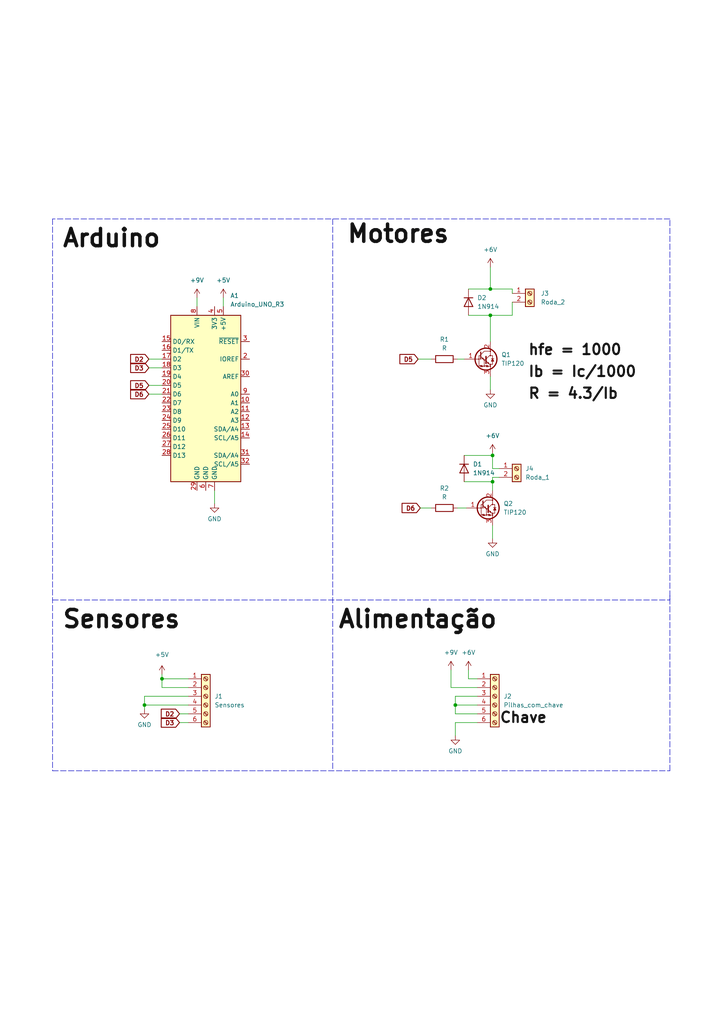
<source format=kicad_sch>
(kicad_sch (version 20211123) (generator eeschema)
  (paper "A4" portrait)
  (title_block (title "Carrinho") (date "2022-10-22") (rev "1") (company "UNISANTA"))
  (lib_symbols
    (symbol "Connector:Screw_Terminal_01x02" (pin_names (offset 1.016) hide)
      (property "Reference" "J" (at 0 2.54 0))
      (property "Value" "Screw_Terminal_01x02" (at 0 -5.08 0))
      (symbol "Screw_Terminal_01x02_1_1"
        (rectangle (start -1.27 1.27) (end 1.27 -3.81) (stroke (width 0.254)) (fill (type background)))
        (circle (center 0 -2.54) (radius 0.635) (stroke (width 0.1524)))
        (polyline (pts (xy -0.5334 -2.2098) (xy 0.3302 -3.048)) (stroke (width 0.1524)))
        (polyline (pts (xy -0.5334 0.3302) (xy 0.3302 -0.508)) (stroke (width 0.1524)))
        (polyline (pts (xy -0.3556 -2.032) (xy 0.508 -2.8702)) (stroke (width 0.1524)))
        (polyline (pts (xy -0.3556 0.508) (xy 0.508 -0.3302)) (stroke (width 0.1524)))
        (circle (center 0 0) (radius 0.635) (stroke (width 0.1524)))
        (pin passive line (at -5.08 0 0) (length 3.81) (name "Pin_1") (number "1"))
        (pin passive line (at -5.08 -2.54 0) (length 3.81) (name "Pin_2") (number "2"))
      )
    )
    (symbol "Connector:Screw_Terminal_01x06" (pin_names (offset 1.016) hide)
      (property "Reference" "J" (at 0 7.62 0))
      (property "Value" "Screw_Terminal_01x06" (at 0 -10.16 0))
      (symbol "Screw_Terminal_01x06_1_1"
        (rectangle (start -1.27 6.35) (end 1.27 -8.89) (stroke (width 0.254)) (fill (type background)))
        (circle (center 0 -7.62) (radius 0.635) (stroke (width 0.1524)))
        (circle (center 0 -5.08) (radius 0.635) (stroke (width 0.1524)))
        (circle (center 0 -2.54) (radius 0.635) (stroke (width 0.1524)))
        (polyline (pts (xy -0.5334 -7.2898) (xy 0.3302 -8.128)) (stroke (width 0.1524)))
        (polyline (pts (xy -0.5334 -4.7498) (xy 0.3302 -5.588)) (stroke (width 0.1524)))
        (polyline (pts (xy -0.5334 -2.2098) (xy 0.3302 -3.048)) (stroke (width 0.1524)))
        (polyline (pts (xy -0.5334 0.3302) (xy 0.3302 -0.508)) (stroke (width 0.1524)))
        (polyline (pts (xy -0.5334 2.8702) (xy 0.3302 2.032)) (stroke (width 0.1524)))
        (polyline (pts (xy -0.5334 5.4102) (xy 0.3302 4.572)) (stroke (width 0.1524)))
        (polyline (pts (xy -0.3556 -7.112) (xy 0.508 -7.9502)) (stroke (width 0.1524)))
        (polyline (pts (xy -0.3556 -4.572) (xy 0.508 -5.4102)) (stroke (width 0.1524)))
        (polyline (pts (xy -0.3556 -2.032) (xy 0.508 -2.8702)) (stroke (width 0.1524)))
        (polyline (pts (xy -0.3556 0.508) (xy 0.508 -0.3302)) (stroke (width 0.1524)))
        (polyline (pts (xy -0.3556 3.048) (xy 0.508 2.2098)) (stroke (width 0.1524)))
        (polyline (pts (xy -0.3556 5.588) (xy 0.508 4.7498)) (stroke (width 0.1524)))
        (circle (center 0 0) (radius 0.635) (stroke (width 0.1524)))
        (circle (center 0 2.54) (radius 0.635) (stroke (width 0.1524)))
        (circle (center 0 5.08) (radius 0.635) (stroke (width 0.1524)))
        (pin passive line (at -5.08 5.08 0) (length 3.81) (name "Pin_1") (number "1"))
        (pin passive line (at -5.08 2.54 0) (length 3.81) (name "Pin_2") (number "2"))
        (pin passive line (at -5.08 0 0) (length 3.81) (name "Pin_3") (number "3"))
        (pin passive line (at -5.08 -2.54 0) (length 3.81) (name "Pin_4") (number "4"))
        (pin passive line (at -5.08 -5.08 0) (length 3.81) (name "Pin_5") (number "5"))
        (pin passive line (at -5.08 -7.62 0) (length 3.81) (name "Pin_6") (number "6"))
      )
    )
    (symbol "Device:R" (pin_numbers hide) (pin_names (offset 0))
      (property "Reference" "R" (at 2.032 0 90))
      (property "Value" "R" (at 0 0 90))
      (symbol "R_0_1"
        (rectangle (start -1.016 -2.54) (end 1.016 2.54) (stroke (width 0.254)))
      )
      (symbol "R_1_1"
        (pin passive line (at 0 3.81 270) (length 1.27) (name "~") (number "1"))
        (pin passive line (at 0 -3.81 90) (length 1.27) (name "~") (number "2"))
      )
    )
    (symbol "Diode:1N914" (pin_numbers hide) (pin_names hide)
      (property "Reference" "D" (at 0 2.54 0))
      (property "Value" "1N914" (at 0 -2.54 0))
      (symbol "1N914_0_1"
        (polyline (pts (xy -1.27 1.27) (xy -1.27 -1.27)) (stroke (width 0.254)))
        (polyline (pts (xy 1.27 0) (xy -1.27 0)))
        (polyline (pts (xy 1.27 1.27) (xy 1.27 -1.27) (xy -1.27 0) (xy 1.27 1.27)) (stroke (width 0.254)))
      )
      (symbol "1N914_1_1"
        (pin passive line (at -3.81 0 0) (length 2.54) (name "K") (number "1"))
        (pin passive line (at 3.81 0 180) (length 2.54) (name "A") (number "2"))
      )
    )
    (symbol "MCU_Module:Arduino_UNO_R3"
      (property "Reference" "A" (at -10.16 23.495 0))
      (property "Value" "Arduino_UNO_R3" (at 5.08 -26.67 0))
      (symbol "Arduino_UNO_R3_0_1"
        (rectangle (start -10.16 22.86) (end 10.16 -25.4) (stroke (width 0.254)) (fill (type background)))
      )
      (symbol "Arduino_UNO_R3_1_1"
        (pin no_connect line (at -10.16 -20.32 0) (length 2.54) hide (name "NC") (number "1"))
        (pin bidirectional line (at 12.7 -2.54 180) (length 2.54) (name "A1") (number "10"))
        (pin bidirectional line (at 12.7 -5.08 180) (length 2.54) (name "A2") (number "11"))
        (pin bidirectional line (at 12.7 -7.62 180) (length 2.54) (name "A3") (number "12"))
        (pin bidirectional line (at 12.7 -10.16 180) (length 2.54) (name "SDA/A4") (number "13"))
        (pin bidirectional line (at 12.7 -12.7 180) (length 2.54) (name "SCL/A5") (number "14"))
        (pin bidirectional line (at -12.7 15.24 0) (length 2.54) (name "D0/RX") (number "15"))
        (pin bidirectional line (at -12.7 12.7 0) (length 2.54) (name "D1/TX") (number "16"))
        (pin bidirectional line (at -12.7 10.16 0) (length 2.54) (name "D2") (number "17"))
        (pin bidirectional line (at -12.7 7.62 0) (length 2.54) (name "D3") (number "18"))
        (pin bidirectional line (at -12.7 5.08 0) (length 2.54) (name "D4") (number "19"))
        (pin output line (at 12.7 10.16 180) (length 2.54) (name "IOREF") (number "2"))
        (pin bidirectional line (at -12.7 2.54 0) (length 2.54) (name "D5") (number "20"))
        (pin bidirectional line (at -12.7 0 0) (length 2.54) (name "D6") (number "21"))
        (pin bidirectional line (at -12.7 -2.54 0) (length 2.54) (name "D7") (number "22"))
        (pin bidirectional line (at -12.7 -5.08 0) (length 2.54) (name "D8") (number "23"))
        (pin bidirectional line (at -12.7 -7.62 0) (length 2.54) (name "D9") (number "24"))
        (pin bidirectional line (at -12.7 -10.16 0) (length 2.54) (name "D10") (number "25"))
        (pin bidirectional line (at -12.7 -12.7 0) (length 2.54) (name "D11") (number "26"))
        (pin bidirectional line (at -12.7 -15.24 0) (length 2.54) (name "D12") (number "27"))
        (pin bidirectional line (at -12.7 -17.78 0) (length 2.54) (name "D13") (number "28"))
        (pin power_in line (at -2.54 -27.94 90) (length 2.54) (name "GND") (number "29"))
        (pin input line (at 12.7 15.24 180) (length 2.54) (name "~{RESET}") (number "3"))
        (pin input line (at 12.7 5.08 180) (length 2.54) (name "AREF") (number "30"))
        (pin bidirectional line (at 12.7 -17.78 180) (length 2.54) (name "SDA/A4") (number "31"))
        (pin bidirectional line (at 12.7 -20.32 180) (length 2.54) (name "SCL/A5") (number "32"))
        (pin power_out line (at 2.54 25.4 270) (length 2.54) (name "3V3") (number "4"))
        (pin power_out line (at 5.08 25.4 270) (length 2.54) (name "+5V") (number "5"))
        (pin power_in line (at 0 -27.94 90) (length 2.54) (name "GND") (number "6"))
        (pin power_in line (at 2.54 -27.94 90) (length 2.54) (name "GND") (number "7"))
        (pin power_in line (at -2.54 25.4 270) (length 2.54) (name "VIN") (number "8"))
        (pin bidirectional line (at 12.7 0 180) (length 2.54) (name "A0") (number "9"))
      )
    )
    (symbol "Transistor_BJT:TIP120" (pin_names (offset 0) hide)
      (property "Reference" "Q" (at 5.08 1.905 0))
      (property "Value" "TIP120" (at 5.08 0 0))
      (symbol "TIP120_0_1"
        (circle (center -0.762 0) (radius 0.127))
        (polyline (pts (xy -1.27 0) (xy -0.889 0)))
        (polyline (pts (xy 2.54 -2.032) (xy 2.54 -2.54)))
        (polyline (pts (xy 2.54 -1.524) (xy 3.175 -1.524)))
        (polyline (pts (xy 2.794 0.127) (xy 3.556 0.127)))
        (polyline (pts (xy 3.175 -0.635) (xy 3.175 -1.524)))
        (polyline (pts (xy 3.175 1.016) (xy 2.54 1.016)))
        (polyline (pts (xy 3.175 1.016) (xy 3.175 0.127)))
        (polyline (pts (xy -0.254 0.762) (xy 0.762 -0.254) (xy 1.27 -0.254)))
        (polyline (pts (xy -0.254 1.016) (xy -0.762 1.016) (xy -0.762 -2.032)))
        (polyline (pts (xy -0.254 1.27) (xy 0.762 2.286) (xy 2.54 2.286)))
        (polyline (pts (xy -0.254 2.032) (xy -0.254 0) (xy -0.254 0)) (stroke (width 0.3048)))
        (polyline (pts (xy 1.27 0.762) (xy 1.27 -1.27) (xy 1.27 -1.27)) (stroke (width 0.381)))
        (polyline (pts (xy 0.635 -0.127) (xy 0.381 0.381) (xy 0.127 0.127) (xy 0.635 -0.127)))
        (polyline (pts (xy 1.27 -0.508) (xy 2.286 -1.524) (xy 2.54 -1.524) (xy 2.54 -2.032)))
        (polyline (pts (xy 1.27 0) (xy 2.286 1.016) (xy 2.54 1.016) (xy 2.54 2.286)))
        (polyline (pts (xy 2.159 -1.397) (xy 1.905 -0.889) (xy 1.651 -1.143) (xy 2.159 -1.397)))
        (polyline (pts (xy 3.175 0.127) (xy 2.794 -0.635) (xy 3.556 -0.635) (xy 3.175 0.127)) (fill (type outline)))
        (polyline (pts (xy 0.762 -2.032) (xy 0.381 -2.032) (xy 0.254 -2.286) (xy 0.127 -1.778) (xy 0 -2.286) (xy -0.127 -1.778) (xy -0.254 -2.286) (xy -0.381 -1.778) (xy -0.508 -2.032) (xy -0.762 -2.032)))
        (polyline (pts (xy 0.762 -0.254) (xy 0.762 -2.032) (xy 1.143 -2.032) (xy 1.27 -1.778) (xy 1.397 -2.286) (xy 1.524 -1.778) (xy 1.651 -2.286) (xy 1.778 -1.778) (xy 1.905 -2.286) (xy 2.032 -2.032) (xy 2.54 -2.032)))
        (circle (center 0.762 -2.032) (radius 0.127))
        (circle (center 0.762 -0.254) (radius 0.127))
        (circle (center 1.27 0) (radius 3.175) (stroke (width 0.3556)))
        (circle (center 2.54 -2.032) (radius 0.127))
        (circle (center 2.54 -1.524) (radius 0.127))
        (circle (center 2.54 1.016) (radius 0.127))
        (circle (center 2.54 2.286) (radius 0.127))
      )
      (symbol "TIP120_1_1"
        (pin input line (at -5.08 0 0) (length 3.81) (name "B") (number "1"))
        (pin passive line (at 2.54 5.08 270) (length 2.667) (name "C") (number "2"))
        (pin passive line (at 2.54 -5.08 90) (length 2.54) (name "E") (number "3"))
      )
    )
    (symbol "power:+5V" (power) (pin_names (offset 0))
      (property "Value" "+5V" (at 0 3.556 0))
      (symbol "+5V_0_1"
        (polyline (pts (xy -0.762 1.27) (xy 0 2.54)))
        (polyline (pts (xy 0 0) (xy 0 2.54)))
        (polyline (pts (xy 0 2.54) (xy 0.762 1.27)))
      )
      (symbol "+5V_1_1"
        (pin power_in line (at 0 0 90) (length 0) hide (name "+5V") (number "1"))
      )
    )
    (symbol "power:+6V" (power) (pin_names (offset 0))
      (property "Value" "+6V" (at 0 3.556 0))
      (symbol "+6V_0_1"
        (polyline (pts (xy -0.762 1.27) (xy 0 2.54)))
        (polyline (pts (xy 0 0) (xy 0 2.54)))
        (polyline (pts (xy 0 2.54) (xy 0.762 1.27)))
      )
      (symbol "+6V_1_1"
        (pin power_in line (at 0 0 90) (length 0) hide (name "+6V") (number "1"))
      )
    )
    (symbol "power:+9V" (power) (pin_names (offset 0))
      (property "Value" "+9V" (at 0 3.556 0))
      (symbol "+9V_0_1"
        (polyline (pts (xy -0.762 1.27) (xy 0 2.54)))
        (polyline (pts (xy 0 0) (xy 0 2.54)))
        (polyline (pts (xy 0 2.54) (xy 0.762 1.27)))
      )
      (symbol "+9V_1_1"
        (pin power_in line (at 0 0 90) (length 0) hide (name "+9V") (number "1"))
      )
    )
    (symbol "power:GND" (power) (pin_names (offset 0))
      (property "Value" "GND" (at 0 -3.81 0))
      (symbol "GND_0_1"
        (polyline (pts (xy 0 0) (xy 0 -1.27) (xy 1.27 -1.27) (xy 0 -2.54) (xy -1.27 -1.27) (xy 0 -1.27)))
      )
      (symbol "GND_1_1"
        (pin power_in line (at 0 0 270) (length 0) hide (name "GND") (number "1"))
      )
    )
  )
  (junction (at 46.99 196.85))
  (junction (at 142.24 91.44))
  (junction (at 142.875 132.08))
  (junction (at 132.08 204.47))
  (junction (at 142.875 139.7))
  (junction (at 41.91 204.47))
  (junction (at 142.24 83.82))
  (wire (pts (xy 46.99 196.85) (xy 54.61 196.85)))
  (wire (pts (xy 121.285 104.14) (xy 125.095 104.14)))
  (wire (pts (xy 134.62 132.08) (xy 142.875 132.08)))
  (wire (pts (xy 142.24 83.82) (xy 148.59 83.82)))
  (wire (pts (xy 46.99 199.39) (xy 54.61 199.39)))
  (wire (pts (xy 142.875 138.43) (xy 142.875 139.7)))
  (polyline (pts (xy 15.24 173.99) (xy 194.31 173.99)))
  (wire (pts (xy 142.24 91.44) (xy 148.59 91.44)))
  (wire (pts (xy 142.875 152.4) (xy 142.875 156.21)))
  (wire (pts (xy 52.07 209.55) (xy 54.61 209.55)))
  (wire (pts (xy 43.18 111.76) (xy 46.99 111.76)))
  (wire (pts (xy 132.715 104.14) (xy 134.62 104.14)))
  (wire (pts (xy 142.24 99.06) (xy 142.24 91.44)))
  (wire (pts (xy 41.91 201.93) (xy 54.61 201.93)))
  (wire (pts (xy 57.15 86.36) (xy 57.15 88.9)))
  (polyline (pts (xy 194.31 63.5) (xy 15.24 63.5)))
  (wire (pts (xy 41.91 204.47) (xy 41.91 201.93)))
  (polyline (pts (xy 194.31 223.52) (xy 194.31 195.58)))
  (wire (pts (xy 134.62 139.7) (xy 142.875 139.7)))
  (wire (pts (xy 132.08 201.93) (xy 132.08 204.47)))
  (wire (pts (xy 142.875 131.445) (xy 142.875 132.08)))
  (wire (pts (xy 142.24 109.22) (xy 142.24 113.03)))
  (wire (pts (xy 46.99 196.85) (xy 46.99 199.39)))
  (wire (pts (xy 43.18 114.3) (xy 46.99 114.3)))
  (wire (pts (xy 43.18 104.14) (xy 46.99 104.14)))
  (polyline (pts (xy 194.31 173.99) (xy 194.31 172.72)))
  (wire (pts (xy 142.24 91.44) (xy 135.89 91.44)))
  (wire (pts (xy 142.875 132.08) (xy 142.875 135.89)))
  (wire (pts (xy 135.89 196.85) (xy 135.89 194.31)))
  (wire (pts (xy 132.08 207.01) (xy 138.43 207.01)))
  (wire (pts (xy 142.875 135.89) (xy 144.78 135.89)))
  (wire (pts (xy 62.23 142.24) (xy 62.23 146.05)))
  (wire (pts (xy 132.08 209.55) (xy 132.08 213.36)))
  (wire (pts (xy 148.59 91.44) (xy 148.59 87.63)))
  (wire (pts (xy 132.08 204.47) (xy 132.08 207.01)))
  (wire (pts (xy 138.43 196.85) (xy 135.89 196.85)))
  (wire (pts (xy 144.78 138.43) (xy 142.875 138.43)))
  (wire (pts (xy 41.91 205.74) (xy 41.91 204.47)))
  (polyline (pts (xy 15.24 198.12) (xy 15.24 223.52)))
  (wire (pts (xy 121.92 147.32) (xy 125.095 147.32)))
  (wire (pts (xy 138.43 204.47) (xy 132.08 204.47)))
  (wire (pts (xy 46.99 195.58) (xy 46.99 196.85)))
  (polyline (pts (xy 15.24 223.52) (xy 194.31 223.52)))
  (wire (pts (xy 132.08 201.93) (xy 138.43 201.93)))
  (wire (pts (xy 41.91 204.47) (xy 54.61 204.47)))
  (wire (pts (xy 64.77 86.36) (xy 64.77 88.9)))
  (wire (pts (xy 43.18 106.68) (xy 46.99 106.68)))
  (wire (pts (xy 130.81 194.31) (xy 130.81 199.39)))
  (wire (pts (xy 52.07 207.01) (xy 54.61 207.01)))
  (polyline (pts (xy 194.31 198.12) (xy 194.31 63.5)))
  (polyline (pts (xy 15.24 63.5) (xy 15.24 198.12)))
  (wire (pts (xy 148.59 83.82) (xy 148.59 85.09)))
  (polyline (pts (xy 96.52 63.5) (xy 96.52 223.52)))
  (wire (pts (xy 142.875 139.7) (xy 142.875 142.24)))
  (wire (pts (xy 138.43 209.55) (xy 132.08 209.55)))
  (wire (pts (xy 132.715 147.32) (xy 135.255 147.32)))
  (wire (pts (xy 135.89 83.82) (xy 142.24 83.82)))
  (wire (pts (xy 142.24 83.82) (xy 142.24 77.47)))
  (wire (pts (xy 130.81 199.39) (xy 138.43 199.39)))
  (label "Alimentação" (at 97.79 184.15 0) (effects (font (size 5 5) bold)))
  (label "R = 4.3{slash}Ib" (at 153.035 116.84 0) (effects (font (size 3 3) bold)))
  (label "Motores" (at 100.33 72.39 0) (effects (font (size 5 5) bold)))
  (label "Arduino" (at 17.78 73.66 0) (effects (font (size 5 5) bold)))
  (label "Ib = Ic{slash}1000" (at 153.035 110.49 0) (effects (font (size 3 3) bold)))
  (label "Sensores" (at 17.78 184.15 0) (effects (font (size 5 5) bold)))
  (label "hfe = 1000" (at 153.035 104.14 0) (effects (font (size 3 3) bold)))
  (label "Chave" (at 144.78 210.82 0) (effects (font (size 3 3) bold)))
  (global_label "D5" (shape input) (at 43.18 111.76 180) (effects (font bold)) (property "Intersheet References" "${INTERSHEET_REFS}" (effects hide)))
  (global_label "D2" (shape input) (at 52.07 207.01 180) (effects (font bold)) (property "Intersheet References" "${INTERSHEET_REFS}" (effects hide)))
  (global_label "D6" (shape input) (at 43.18 114.3 180) (effects (font bold)) (property "Intersheet References" "${INTERSHEET_REFS}" (effects hide)))
  (global_label "D5" (shape input) (at 121.285 104.14 180) (effects (font (thickness 0.254) bold)) (property "Intersheet References" "${INTERSHEET_REFS}" (effects hide)))
  (global_label "D6" (shape input) (at 121.92 147.32 180) (effects (font (thickness 0.254) bold)) (property "Intersheet References" "${INTERSHEET_REFS}" (effects hide)))
  (global_label "D3" (shape input) (at 43.18 106.68 180) (effects (font (thickness 0.254) bold)) (property "Intersheet References" "${INTERSHEET_REFS}" (effects hide)))
  (global_label "D3" (shape input) (at 52.07 209.55 180) (effects (font bold)) (property "Intersheet References" "${INTERSHEET_REFS}" (effects hide)))
  (global_label "D2" (shape input) (at 43.18 104.14 180) (effects (font (thickness 0.254) bold)) (property "Intersheet References" "${INTERSHEET_REFS}" (effects hide)))
  (symbol (lib_id "Device:R") (at 128.905 104.14 90) (unit 1)
    (property "Reference" "R1" (at 128.905 98.425 90))
    (property "Value" "R" (at 128.905 100.965 90))
    (property "Footprint" "Resistor_THT:R_Axial_DIN0207_L6.3mm_D2.5mm_P15.24mm_Horizontal" (effects hide))
  )
  (symbol (lib_id "power:+6V") (at 142.24 77.47 0) (unit 1)
    (property "Reference" "#PWR0101" (effects hide))
    (property "Value" "+6V" (at 142.24 72.39 0))
  )
  (symbol (lib_id "Transistor_BJT:TIP120") (at 140.335 147.32 0) (unit 1)
    (property "Reference" "Q2" (at 146.05 146.0499 0) (effects (justify left)))
    (property "Value" "TIP120" (at 146.05 148.5899 0) (effects (justify left)))
    (property "Footprint" "Package_TO_SOT_THT:TO-220-3_Vertical" (effects hide))
    (property "Datasheet" "https://www.onsemi.com/pub/Collateral/TIP120-D.PDF" (effects hide))
  )
  (symbol (lib_id "Connector:Screw_Terminal_01x06") (at 59.69 201.93 0) (unit 1)
    (property "Reference" "J1" (at 62.23 201.9299 0) (effects (justify left)))
    (property "Value" "Sensores" (at 62.23 204.4699 0) (effects (justify left)))
    (property "Footprint" "TerminalBlock:TerminalBlock_bornier-6_P5.08mm" (effects hide))
  )
  (symbol (lib_id "power:GND") (at 41.91 205.74 0) (unit 1)
    (property "Reference" "#PWR0107" (effects hide))
    (property "Value" "GND" (at 41.91 210.185 0))
  )
  (symbol (lib_id "Connector:Screw_Terminal_01x02") (at 149.86 135.89 0) (unit 1)
    (property "Reference" "J4" (at 152.4 135.8899 0) (effects (justify left)))
    (property "Value" "Roda_1" (at 152.4 138.4299 0) (effects (justify left)))
    (property "Footprint" "TerminalBlock:TerminalBlock_Altech_AK300-2_P5.00mm" (effects hide))
  )
  (symbol (lib_id "Transistor_BJT:TIP120") (at 139.7 104.14 0) (unit 1)
    (property "Reference" "Q1" (at 145.415 102.8699 0) (effects (justify left)))
    (property "Value" "TIP120" (at 145.415 105.4099 0) (effects (justify left)))
    (property "Footprint" "Package_TO_SOT_THT:TO-220-3_Vertical" (effects hide))
    (property "Datasheet" "https://www.onsemi.com/pub/Collateral/TIP120-D.PDF" (effects hide))
  )
  (symbol (lib_id "power:+5V") (at 64.77 86.36 0) (unit 1)
    (property "Reference" "#PWR0106" (effects hide))
    (property "Value" "+5V" (at 64.77 81.28 0))
  )
  (symbol (lib_id "power:+9V") (at 57.15 86.36 0) (unit 1)
    (property "Reference" "#PWR0105" (effects hide))
    (property "Value" "+9V" (at 57.15 81.28 0))
  )
  (symbol (lib_id "power:GND") (at 142.875 156.21 0) (unit 1)
    (property "Reference" "#PWR0103" (effects hide))
    (property "Value" "GND" (at 142.875 160.655 0))
  )
  (symbol (lib_id "power:+6V") (at 135.89 194.31 0) (unit 1)
    (property "Reference" "#PWR0102" (effects hide))
    (property "Value" "+6V" (at 135.89 189.23 0))
  )
  (symbol (lib_id "power:GND") (at 142.24 113.03 0) (unit 1)
    (property "Reference" "#PWR0109" (effects hide))
    (property "Value" "GND" (at 142.24 117.475 0))
  )
  (symbol (lib_id "power:GND") (at 132.08 213.36 0) (unit 1)
    (property "Reference" "#PWR0108" (effects hide))
    (property "Value" "GND" (at 132.08 217.805 0))
  )
  (symbol (lib_id "Diode:1N914") (at 134.62 135.89 270) (unit 1)
    (property "Reference" "D1" (at 137.16 134.6199 90) (effects (justify left)))
    (property "Value" "1N914" (at 137.16 137.1599 90) (effects (justify left)))
    (property "Footprint" "Diode_THT:D_DO-35_SOD27_P7.62mm_Horizontal" (effects hide))
    (property "Datasheet" "http://www.vishay.com/docs/85622/1n914.pdf" (effects hide))
  )
  (symbol (lib_id "Diode:1N914") (at 135.89 87.63 270) (unit 1)
    (property "Reference" "D2" (at 138.43 86.3599 90) (effects (justify left)))
    (property "Value" "1N914" (at 138.43 88.8999 90) (effects (justify left)))
    (property "Footprint" "Diode_THT:D_DO-35_SOD27_P7.62mm_Horizontal" (effects hide))
    (property "Datasheet" "http://www.vishay.com/docs/85622/1n914.pdf" (effects hide))
  )
  (symbol (lib_id "power:GND") (at 62.23 146.05 0) (unit 1)
    (property "Reference" "#PWR0111" (effects hide))
    (property "Value" "GND" (at 62.23 150.495 0))
  )
  (symbol (lib_id "power:+6V") (at 142.875 131.445 0) (unit 1)
    (property "Reference" "#PWR0110" (effects hide))
    (property "Value" "+6V" (at 142.875 126.365 0))
  )
  (symbol (lib_id "Connector:Screw_Terminal_01x06") (at 143.51 201.93 0) (unit 1)
    (property "Reference" "J2" (at 146.05 201.9299 0) (effects (justify left)))
    (property "Value" "Pilhas_com_chave" (at 146.05 204.4699 0) (effects (justify left)))
    (property "Footprint" "TerminalBlock:TerminalBlock_bornier-6_P5.08mm" (effects hide))
  )
  (symbol (lib_id "power:+9V") (at 130.81 194.31 0) (unit 1)
    (property "Reference" "#PWR0104" (effects hide))
    (property "Value" "+9V" (at 130.81 189.23 0))
  )
  (symbol (lib_id "power:+5V") (at 46.99 195.58 0) (unit 1)
    (property "Reference" "#PWR0112" (effects hide))
    (property "Value" "+5V" (at 46.99 189.865 0))
  )
  (symbol (lib_id "Device:R") (at 128.905 147.32 90) (unit 1)
    (property "Reference" "R2" (at 128.905 141.605 90))
    (property "Value" "R" (at 128.905 144.145 90))
    (property "Footprint" "Resistor_THT:R_Axial_DIN0207_L6.3mm_D2.5mm_P15.24mm_Horizontal" (effects hide))
  )
  (symbol (lib_id "Connector:Screw_Terminal_01x02") (at 153.67 85.09 0) (unit 1)
    (property "Reference" "J3" (at 156.845 85.0899 0) (effects (justify left)))
    (property "Value" "Roda_2" (at 156.845 87.6299 0) (effects (justify left)))
    (property "Footprint" "TerminalBlock:TerminalBlock_Altech_AK300-2_P5.00mm" (effects hide))
  )
  (symbol (lib_id "MCU_Module:Arduino_UNO_R3") (at 59.69 114.3 0) (unit 1)
    (property "Reference" "A1" (at 66.7894 85.725 0) (effects (justify left)))
    (property "Value" "Arduino_UNO_R3" (at 66.7894 88.265 0) (effects (justify left)))
    (property "Footprint" "Module:Arduino_UNO_R3" (effects hide))
    (property "Datasheet" "https://www.arduino.cc/en/Main/arduinoBoardUno" (effects hide))
  )
)
</source>
